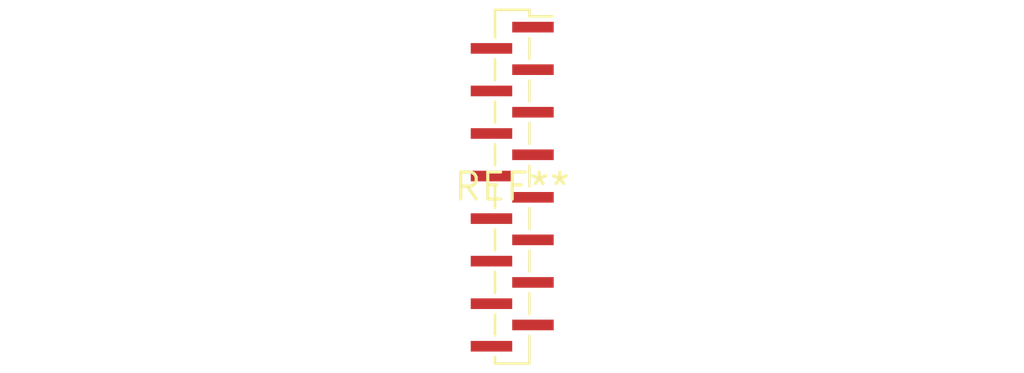
<source format=kicad_pcb>
(kicad_pcb (version 20240108) (generator pcbnew)
  (layers (0 "F.Cu" signal) (31 "B.Cu" signal) (34 "B.Paste" user) (35 "F.Paste" user) (36 "B.SilkS" user "B.Silkscreen") (37 "F.SilkS" user "F.Silkscreen") (38 "B.Mask" user) (39 "F.Mask" user) (44 "Edge.Cuts" user))
  (net 0 "")
  (footprint "PinSocket_1x16_P1.00mm_Vertical_SMD_Pin1Right" (layer "F.Cu") (at 0 0)
    (property "Reference" "REF**")
    (property "Value" "PinSocket_1x16_P1.00mm_Vertical_SMD_Pin1Right")
    (fp_line (start -0.81 -8.31) (end -0.81 -7.01) (layer "F.SilkS") (stroke (width 0.12)))
    (fp_line (start -0.81 -8.31) (end 0.81 -8.31) (layer "F.SilkS") (stroke (width 0.12)))
    (fp_line (start -0.81 -5.99) (end -0.81 -5.01) (layer "F.SilkS") (stroke (width 0.12)))
    (fp_line (start -0.81 -3.99) (end -0.81 -3.01) (layer "F.SilkS") (stroke (width 0.12)))
    (fp_line (start -0.81 -1.99) (end -0.81 -1.01) (layer "F.SilkS") (stroke (width 0.12)))
    (fp_line (start -0.81 0.01) (end -0.81 0.99) (layer "F.SilkS") (stroke (width 0.12)))
    (fp_line (start -0.81 2.01) (end -0.81 2.99) (layer "F.SilkS") (stroke (width 0.12)))
    (fp_line (start -0.81 4.01) (end -0.81 4.99) (layer "F.SilkS") (stroke (width 0.12)))
    (fp_line (start -0.81 6.01) (end -0.81 6.99) (layer "F.SilkS") (stroke (width 0.12)))
    (fp_line (start -0.81 8.01) (end -0.81 8.31) (layer "F.SilkS") (stroke (width 0.12)))
    (fp_line (start -0.81 8.31) (end 0.81 8.31) (layer "F.SilkS") (stroke (width 0.12)))
    (fp_line (start 0.81 -8.31) (end 0.81 -8.01) (layer "F.SilkS") (stroke (width 0.12)))
    (fp_line (start 0.81 -8.01) (end 1.89 -8.01) (layer "F.SilkS") (stroke (width 0.12)))
    (fp_line (start 0.81 -6.99) (end 0.81 -6.01) (layer "F.SilkS") (stroke (width 0.12)))
    (fp_line (start 0.81 -4.99) (end 0.81 -4.01) (layer "F.SilkS") (stroke (width 0.12)))
    (fp_line (start 0.81 -2.99) (end 0.81 -2.01) (layer "F.SilkS") (stroke (width 0.12)))
    (fp_line (start 0.81 -0.99) (end 0.81 -0.01) (layer "F.SilkS") (stroke (width 0.12)))
    (fp_line (start 0.81 1.01) (end 0.81 1.99) (layer "F.SilkS") (stroke (width 0.12)))
    (fp_line (start 0.81 3.01) (end 0.81 3.99) (layer "F.SilkS") (stroke (width 0.12)))
    (fp_line (start 0.81 5.01) (end 0.81 5.99) (layer "F.SilkS") (stroke (width 0.12)))
    (fp_line (start 0.81 7.01) (end 0.81 8.31) (layer "F.SilkS") (stroke (width 0.12)))
    (pad "1" smd rect (at 0.975 -7.5) (size 1.95 0.5) (layers "F.Cu" "F.Paste" "F.Mask"))
    (pad "2" smd rect (at -0.975 -6.5) (size 1.95 0.5) (layers "F.Cu" "F.Paste" "F.Mask"))
    (pad "3" smd rect (at 0.975 -5.5) (size 1.95 0.5) (layers "F.Cu" "F.Paste" "F.Mask"))
    (pad "4" smd rect (at -0.975 -4.5) (size 1.95 0.5) (layers "F.Cu" "F.Paste" "F.Mask"))
    (pad "5" smd rect (at 0.975 -3.5) (size 1.95 0.5) (layers "F.Cu" "F.Paste" "F.Mask"))
    (pad "6" smd rect (at -0.975 -2.5) (size 1.95 0.5) (layers "F.Cu" "F.Paste" "F.Mask"))
    (pad "7" smd rect (at 0.975 -1.5) (size 1.95 0.5) (layers "F.Cu" "F.Paste" "F.Mask"))
    (pad "8" smd rect (at -0.975 -0.5) (size 1.95 0.5) (layers "F.Cu" "F.Paste" "F.Mask"))
    (pad "9" smd rect (at 0.975 0.5) (size 1.95 0.5) (layers "F.Cu" "F.Paste" "F.Mask"))
    (pad "10" smd rect (at -0.975 1.5) (size 1.95 0.5) (layers "F.Cu" "F.Paste" "F.Mask"))
    (pad "11" smd rect (at 0.975 2.5) (size 1.95 0.5) (layers "F.Cu" "F.Paste" "F.Mask"))
    (pad "12" smd rect (at -0.975 3.5) (size 1.95 0.5) (layers "F.Cu" "F.Paste" "F.Mask"))
    (pad "13" smd rect (at 0.975 4.5) (size 1.95 0.5) (layers "F.Cu" "F.Paste" "F.Mask"))
    (pad "14" smd rect (at -0.975 5.5) (size 1.95 0.5) (layers "F.Cu" "F.Paste" "F.Mask"))
    (pad "15" smd rect (at 0.975 6.5) (size 1.95 0.5) (layers "F.Cu" "F.Paste" "F.Mask"))
    (pad "16" smd rect (at -0.975 7.5) (size 1.95 0.5) (layers "F.Cu" "F.Paste" "F.Mask"))
  )
)
</source>
